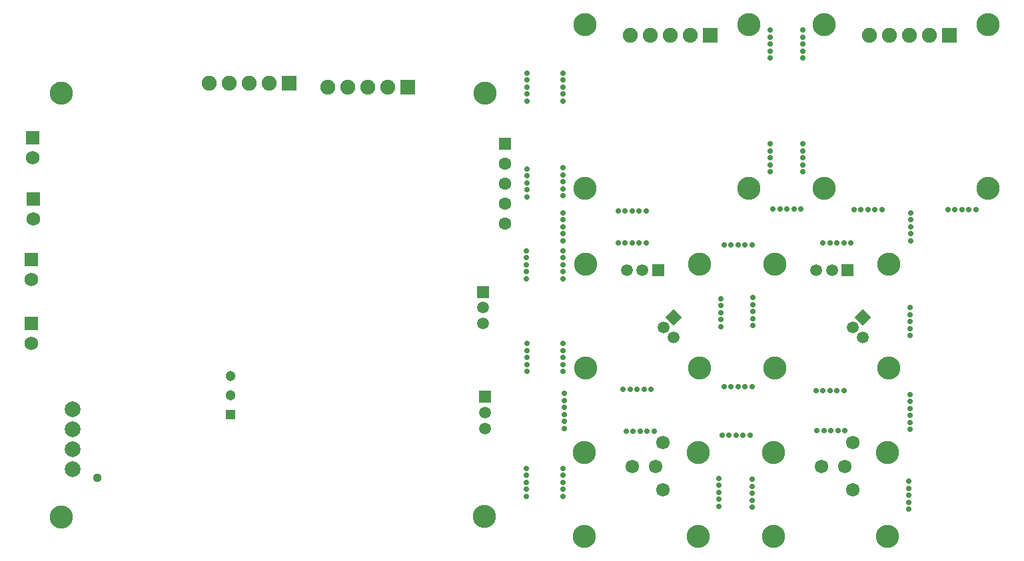
<source format=gbs>
G04*
G04 #@! TF.GenerationSoftware,Altium Limited,Altium Designer,21.5.1 (32)*
G04*
G04 Layer_Color=16711935*
%FSLAX25Y25*%
%MOIN*%
G70*
G04*
G04 #@! TF.SameCoordinates,3A1198FE-CC6F-45F1-A000-1D614036FB2E*
G04*
G04*
G04 #@! TF.FilePolarity,Negative*
G04*
G01*
G75*
%ADD73C,0.02800*%
%ADD74C,0.06778*%
%ADD75C,0.11600*%
%ADD76C,0.07487*%
%ADD77R,0.07487X0.07487*%
%ADD78R,0.05912X0.05912*%
%ADD79C,0.05912*%
%ADD80C,0.05912*%
%ADD81P,0.08361X4X360.0*%
%ADD82R,0.05912X0.05912*%
%ADD83R,0.06896X0.06896*%
%ADD84C,0.06896*%
%ADD85C,0.04447*%
%ADD86C,0.07900*%
%ADD87C,0.06306*%
%ADD88R,0.06306X0.06306*%
%ADD89R,0.05124X0.05124*%
%ADD90C,0.05124*%
D73*
X544000Y271000D02*
D03*
Y267500D02*
D03*
Y264000D02*
D03*
Y260500D02*
D03*
Y257000D02*
D03*
X543500Y180000D02*
D03*
Y176500D02*
D03*
Y173000D02*
D03*
Y169500D02*
D03*
Y166000D02*
D03*
Y162500D02*
D03*
X510500Y182000D02*
D03*
X507000D02*
D03*
X503500D02*
D03*
X500000D02*
D03*
X496500D02*
D03*
X511000Y162000D02*
D03*
X507500D02*
D03*
X504000D02*
D03*
X500500D02*
D03*
X497000D02*
D03*
X543000Y122500D02*
D03*
Y126000D02*
D03*
Y129500D02*
D03*
Y133000D02*
D03*
Y136500D02*
D03*
X464500Y123500D02*
D03*
Y127000D02*
D03*
Y130500D02*
D03*
Y134000D02*
D03*
Y137500D02*
D03*
X448000Y124000D02*
D03*
Y127500D02*
D03*
Y131000D02*
D03*
Y134500D02*
D03*
Y138000D02*
D03*
X401500Y161500D02*
D03*
X405000D02*
D03*
X408500D02*
D03*
X412000D02*
D03*
X415500D02*
D03*
X400000Y182500D02*
D03*
X403500D02*
D03*
X407000D02*
D03*
X410500D02*
D03*
X414000D02*
D03*
X500000Y256000D02*
D03*
X503500D02*
D03*
X507000D02*
D03*
X510500D02*
D03*
X514000D02*
D03*
X543500Y223500D02*
D03*
Y220000D02*
D03*
Y216500D02*
D03*
Y213000D02*
D03*
Y209500D02*
D03*
X576500Y272500D02*
D03*
X573000D02*
D03*
X569500D02*
D03*
X566000D02*
D03*
X562500D02*
D03*
X529500D02*
D03*
X526000D02*
D03*
X522500D02*
D03*
X519000D02*
D03*
X515500D02*
D03*
X464500Y184000D02*
D03*
X461000D02*
D03*
X457500D02*
D03*
X454000D02*
D03*
X450500D02*
D03*
X463500Y159500D02*
D03*
X460000D02*
D03*
X456500D02*
D03*
X453000D02*
D03*
X449500D02*
D03*
X489000Y273000D02*
D03*
X485500D02*
D03*
X482000D02*
D03*
X478500D02*
D03*
X475000D02*
D03*
X464500Y255000D02*
D03*
X461000D02*
D03*
X457500D02*
D03*
X454000D02*
D03*
X450500D02*
D03*
X490000Y348500D02*
D03*
Y352000D02*
D03*
Y355500D02*
D03*
Y359000D02*
D03*
Y362500D02*
D03*
X473500Y348500D02*
D03*
Y352000D02*
D03*
Y355500D02*
D03*
Y359000D02*
D03*
Y362500D02*
D03*
X490000Y291500D02*
D03*
Y295000D02*
D03*
Y298500D02*
D03*
Y302000D02*
D03*
Y305500D02*
D03*
X473500Y291500D02*
D03*
Y295000D02*
D03*
Y298500D02*
D03*
Y302000D02*
D03*
Y305500D02*
D03*
X351500Y129000D02*
D03*
Y132500D02*
D03*
Y136000D02*
D03*
Y139500D02*
D03*
Y143000D02*
D03*
X370000Y129000D02*
D03*
Y132500D02*
D03*
Y136000D02*
D03*
Y139500D02*
D03*
Y143000D02*
D03*
X370500Y180500D02*
D03*
Y177000D02*
D03*
Y173500D02*
D03*
Y170000D02*
D03*
Y166500D02*
D03*
Y163000D02*
D03*
X370000Y271000D02*
D03*
Y267500D02*
D03*
Y264000D02*
D03*
Y260500D02*
D03*
Y257000D02*
D03*
X352000Y191500D02*
D03*
Y195000D02*
D03*
Y198500D02*
D03*
Y202000D02*
D03*
Y205500D02*
D03*
X370000Y191500D02*
D03*
Y195000D02*
D03*
Y198500D02*
D03*
Y202000D02*
D03*
Y205500D02*
D03*
X465000Y214500D02*
D03*
Y218000D02*
D03*
Y221500D02*
D03*
Y225000D02*
D03*
Y228500D02*
D03*
X449000Y214000D02*
D03*
Y217500D02*
D03*
Y221000D02*
D03*
Y224500D02*
D03*
Y228000D02*
D03*
X397500Y272000D02*
D03*
X401000D02*
D03*
X404500D02*
D03*
X408000D02*
D03*
X411500D02*
D03*
X397500Y256000D02*
D03*
X401000D02*
D03*
X404500D02*
D03*
X408000D02*
D03*
X411500D02*
D03*
X351500Y252000D02*
D03*
Y248500D02*
D03*
Y245000D02*
D03*
Y241500D02*
D03*
Y238000D02*
D03*
X370000Y252000D02*
D03*
Y248500D02*
D03*
Y245000D02*
D03*
Y241500D02*
D03*
Y238000D02*
D03*
Y293500D02*
D03*
Y290000D02*
D03*
Y286500D02*
D03*
Y283000D02*
D03*
Y279500D02*
D03*
X352000Y293000D02*
D03*
Y289500D02*
D03*
Y286000D02*
D03*
Y282500D02*
D03*
Y279000D02*
D03*
X370000Y341000D02*
D03*
Y337500D02*
D03*
Y334000D02*
D03*
Y330500D02*
D03*
Y327000D02*
D03*
X352000D02*
D03*
Y330500D02*
D03*
Y334000D02*
D03*
Y337500D02*
D03*
Y341000D02*
D03*
D74*
X404500Y144000D02*
D03*
X416311D02*
D03*
X420012Y155811D02*
D03*
Y132189D02*
D03*
X499185Y144000D02*
D03*
X510996D02*
D03*
X514697Y155811D02*
D03*
Y132189D02*
D03*
D75*
X380500Y151000D02*
D03*
Y109000D02*
D03*
X437500Y151000D02*
D03*
Y109000D02*
D03*
X475185Y151000D02*
D03*
Y109000D02*
D03*
X532185Y151000D02*
D03*
Y109000D02*
D03*
X582685Y365185D02*
D03*
X500685D02*
D03*
Y283185D02*
D03*
X582685Y283185D02*
D03*
X463000Y365185D02*
D03*
X381000D02*
D03*
Y283185D02*
D03*
X463000Y283185D02*
D03*
X381185Y193106D02*
D03*
Y245106D02*
D03*
X438185D02*
D03*
Y193106D02*
D03*
X475870D02*
D03*
Y245106D02*
D03*
X532870D02*
D03*
Y193106D02*
D03*
X330500Y119000D02*
D03*
X331000Y331000D02*
D03*
X119000D02*
D03*
Y118500D02*
D03*
D76*
X533185Y359685D02*
D03*
X543185D02*
D03*
X553185D02*
D03*
X523185D02*
D03*
X413500D02*
D03*
X423500D02*
D03*
X433500D02*
D03*
X403500D02*
D03*
X262314Y334000D02*
D03*
X272314D02*
D03*
X282314D02*
D03*
X252314D02*
D03*
X203000Y336000D02*
D03*
X213000D02*
D03*
X223000D02*
D03*
X193000D02*
D03*
D77*
X563185Y359685D02*
D03*
X443500D02*
D03*
X292314Y334000D02*
D03*
X233000Y336000D02*
D03*
D78*
X417559Y242106D02*
D03*
X512244D02*
D03*
D79*
X409685D02*
D03*
X401811D02*
D03*
X504370D02*
D03*
X496496D02*
D03*
X331000Y170874D02*
D03*
Y163000D02*
D03*
X330000Y223374D02*
D03*
Y215500D02*
D03*
D80*
X425185Y208606D02*
D03*
X420185Y213606D02*
D03*
X519870Y208606D02*
D03*
X514870Y213606D02*
D03*
D81*
X425185Y218606D02*
D03*
X519870D02*
D03*
D82*
X331000Y178748D02*
D03*
X330000Y231248D02*
D03*
D83*
X104000Y215500D02*
D03*
X103839Y247500D02*
D03*
X105000Y278000D02*
D03*
X104500Y308500D02*
D03*
D84*
X104000Y205500D02*
D03*
X103839Y237500D02*
D03*
X105000Y268000D02*
D03*
X104500Y298500D02*
D03*
D85*
X136902Y138299D02*
D03*
D86*
X124500Y142500D02*
D03*
Y152500D02*
D03*
Y162500D02*
D03*
Y172500D02*
D03*
D87*
X341000Y265500D02*
D03*
Y275500D02*
D03*
Y285500D02*
D03*
Y295500D02*
D03*
D88*
Y305500D02*
D03*
D89*
X203500Y170000D02*
D03*
D90*
Y179606D02*
D03*
Y189213D02*
D03*
M02*

</source>
